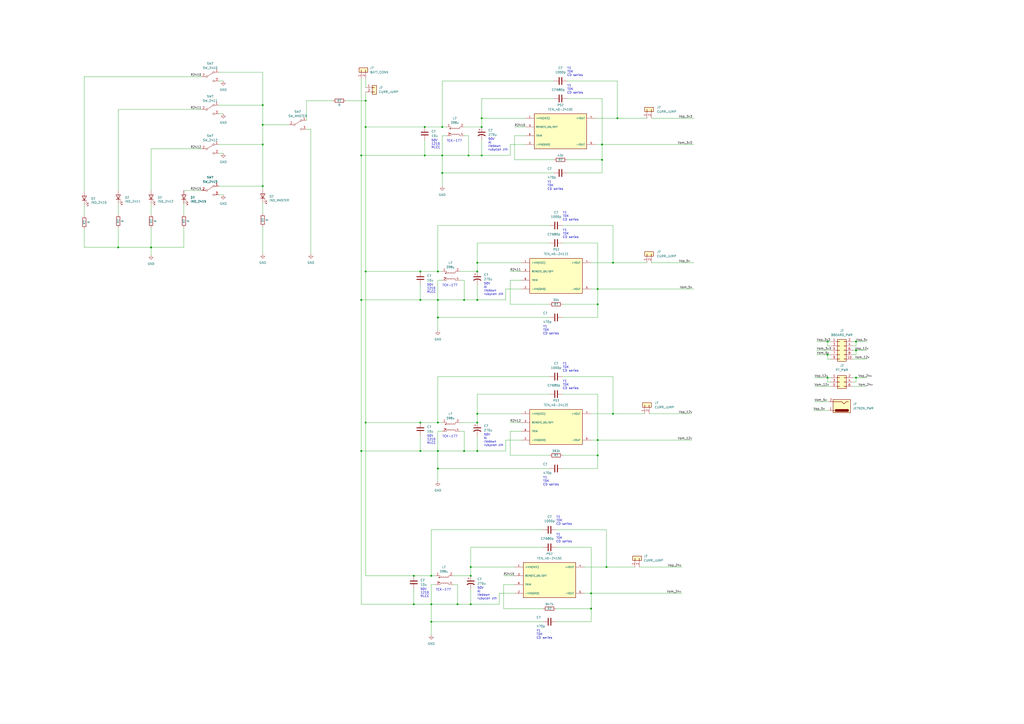
<source format=kicad_sch>
(kicad_sch (version 20211123) (generator eeschema)
  (paper "A2")
  (lib_symbols
    (symbol "Connector:Barrel_Jack" (pin_names (offset 1.016))
      (property "Reference" "J" (at 0 5.334 0))
      (property "Value" "Barrel_Jack" (at 0 -5.08 0))
      (symbol "Barrel_Jack_0_1"
        (rectangle (start -5.08 3.81) (end 5.08 -3.81) (stroke (width 0.254)) (fill (type background)))
        (arc (start -3.302 3.175) (mid -3.937 2.54) (end -3.302 1.905) (stroke (width 0.254)))
        (arc (start -3.302 3.175) (mid -3.937 2.54) (end -3.302 1.905) (stroke (width 0.254)) (fill (type outline)))
        (polyline (pts (xy 5.08 2.54) (xy 3.81 2.54)) (stroke (width 0.254)))
        (polyline (pts (xy -3.81 -2.54) (xy -2.54 -2.54) (xy -1.27 -1.27) (xy 0 -2.54) (xy 2.54 -2.54) (xy 5.08 -2.54)) (stroke (width 0.254)))
        (rectangle (start 3.683 3.175) (end -3.302 1.905) (stroke (width 0.254)) (fill (type outline)))
      )
      (symbol "Barrel_Jack_1_1"
        (pin passive line (at 7.62 2.54 180) (length 2.54) (name "~") (number "1"))
        (pin passive line (at 7.62 -2.54 180) (length 2.54) (name "~") (number "2"))
      )
    )
    (symbol "Connector_Generic:Conn_01x02" (pin_names (offset 1.016) hide)
      (property "Reference" "J" (at 0 2.54 0))
      (property "Value" "Conn_01x02" (at 0 -5.08 0))
      (symbol "Conn_01x02_1_1"
        (rectangle (start -1.27 -2.413) (end 0 -2.667) (stroke (width 0.1524)))
        (rectangle (start -1.27 0.127) (end 0 -0.127) (stroke (width 0.1524)))
        (rectangle (start -1.27 1.27) (end 1.27 -3.81) (stroke (width 0.254)) (fill (type background)))
        (pin passive line (at -5.08 0 0) (length 3.81) (name "Pin_1") (number "1"))
        (pin passive line (at -5.08 -2.54 0) (length 3.81) (name "Pin_2") (number "2"))
      )
    )
    (symbol "Connector_Generic:Conn_02x03_Odd_Even" (pin_names (offset 1.016) hide)
      (property "Reference" "J" (at 1.27 5.08 0))
      (property "Value" "Conn_02x03_Odd_Even" (at 1.27 -5.08 0))
      (symbol "Conn_02x03_Odd_Even_1_1"
        (rectangle (start -1.27 -2.413) (end 0 -2.667) (stroke (width 0.1524)))
        (rectangle (start -1.27 0.127) (end 0 -0.127) (stroke (width 0.1524)))
        (rectangle (start -1.27 2.667) (end 0 2.413) (stroke (width 0.1524)))
        (rectangle (start -1.27 3.81) (end 3.81 -3.81) (stroke (width 0.254)) (fill (type background)))
        (rectangle (start 3.81 -2.413) (end 2.54 -2.667) (stroke (width 0.1524)))
        (rectangle (start 3.81 0.127) (end 2.54 -0.127) (stroke (width 0.1524)))
        (rectangle (start 3.81 2.667) (end 2.54 2.413) (stroke (width 0.1524)))
        (pin passive line (at -5.08 2.54 0) (length 3.81) (name "Pin_1") (number "1"))
        (pin passive line (at 7.62 2.54 180) (length 3.81) (name "Pin_2") (number "2"))
        (pin passive line (at -5.08 0 0) (length 3.81) (name "Pin_3") (number "3"))
        (pin passive line (at 7.62 0 180) (length 3.81) (name "Pin_4") (number "4"))
        (pin passive line (at -5.08 -2.54 0) (length 3.81) (name "Pin_5") (number "5"))
        (pin passive line (at 7.62 -2.54 180) (length 3.81) (name "Pin_6") (number "6"))
      )
    )
    (symbol "Connector_Generic:Conn_02x05_Odd_Even" (pin_names (offset 1.016) hide)
      (property "Reference" "J" (at 1.27 7.62 0))
      (property "Value" "Conn_02x05_Odd_Even" (at 1.27 -7.62 0))
      (symbol "Conn_02x05_Odd_Even_1_1"
        (rectangle (start -1.27 -4.953) (end 0 -5.207) (stroke (width 0.1524)))
        (rectangle (start -1.27 -2.413) (end 0 -2.667) (stroke (width 0.1524)))
        (rectangle (start -1.27 0.127) (end 0 -0.127) (stroke (width 0.1524)))
        (rectangle (start -1.27 2.667) (end 0 2.413) (stroke (width 0.1524)))
        (rectangle (start -1.27 5.207) (end 0 4.953) (stroke (width 0.1524)))
        (rectangle (start -1.27 6.35) (end 3.81 -6.35) (stroke (width 0.254)) (fill (type background)))
        (rectangle (start 3.81 -4.953) (end 2.54 -5.207) (stroke (width 0.1524)))
        (rectangle (start 3.81 -2.413) (end 2.54 -2.667) (stroke (width 0.1524)))
        (rectangle (start 3.81 0.127) (end 2.54 -0.127) (stroke (width 0.1524)))
        (rectangle (start 3.81 2.667) (end 2.54 2.413) (stroke (width 0.1524)))
        (rectangle (start 3.81 5.207) (end 2.54 4.953) (stroke (width 0.1524)))
        (pin passive line (at -5.08 5.08 0) (length 3.81) (name "Pin_1") (number "1"))
        (pin passive line (at 7.62 -5.08 180) (length 3.81) (name "Pin_10") (number "10"))
        (pin passive line (at 7.62 5.08 180) (length 3.81) (name "Pin_2") (number "2"))
        (pin passive line (at -5.08 2.54 0) (length 3.81) (name "Pin_3") (number "3"))
        (pin passive line (at 7.62 2.54 180) (length 3.81) (name "Pin_4") (number "4"))
        (pin passive line (at -5.08 0 0) (length 3.81) (name "Pin_5") (number "5"))
        (pin passive line (at 7.62 0 180) (length 3.81) (name "Pin_6") (number "6"))
        (pin passive line (at -5.08 -2.54 0) (length 3.81) (name "Pin_7") (number "7"))
        (pin passive line (at 7.62 -2.54 180) (length 3.81) (name "Pin_8") (number "8"))
        (pin passive line (at -5.08 -5.08 0) (length 3.81) (name "Pin_9") (number "9"))
      )
    )
    (symbol "Device:C" (pin_numbers hide) (pin_names (offset 0.254))
      (property "Reference" "C" (at 0.635 2.54 0))
      (property "Value" "C" (at 0.635 -2.54 0))
      (symbol "C_0_1"
        (polyline (pts (xy -2.032 -0.762) (xy 2.032 -0.762)) (stroke (width 0.508)))
        (polyline (pts (xy -2.032 0.762) (xy 2.032 0.762)) (stroke (width 0.508)))
      )
      (symbol "C_1_1"
        (pin passive line (at 0 3.81 270) (length 2.794) (name "~") (number "1"))
        (pin passive line (at 0 -3.81 90) (length 2.794) (name "~") (number "2"))
      )
    )
    (symbol "Device:C_Polarized_US" (pin_numbers hide) (pin_names (offset 0.254) hide)
      (property "Reference" "C" (at 0.635 2.54 0))
      (property "Value" "C_Polarized_US" (at 0.635 -2.54 0))
      (symbol "C_Polarized_US_0_1"
        (polyline (pts (xy -2.032 0.762) (xy 2.032 0.762)) (stroke (width 0.508)))
        (polyline (pts (xy -1.778 2.286) (xy -0.762 2.286)))
        (polyline (pts (xy -1.27 1.778) (xy -1.27 2.794)))
        (arc (start 2.032 -1.27) (mid 0 -0.5572) (end -2.032 -1.27) (stroke (width 0.508)))
      )
      (symbol "C_Polarized_US_1_1"
        (pin passive line (at 0 3.81 270) (length 2.794) (name "~") (number "1"))
        (pin passive line (at 0 -3.81 90) (length 3.302) (name "~") (number "2"))
      )
    )
    (symbol "Device:LED" (pin_numbers hide) (pin_names (offset 1.016) hide)
      (property "Reference" "D" (at 0 2.54 0))
      (property "Value" "LED" (at 0 -2.54 0))
      (symbol "LED_0_1"
        (polyline (pts (xy -1.27 -1.27) (xy -1.27 1.27)) (stroke (width 0.254)))
        (polyline (pts (xy -1.27 0) (xy 1.27 0)))
        (polyline (pts (xy 1.27 -1.27) (xy 1.27 1.27) (xy -1.27 0) (xy 1.27 -1.27)) (stroke (width 0.254)))
        (polyline (pts (xy -3.048 -0.762) (xy -4.572 -2.286) (xy -3.81 -2.286) (xy -4.572 -2.286) (xy -4.572 -1.524)))
        (polyline (pts (xy -1.778 -0.762) (xy -3.302 -2.286) (xy -2.54 -2.286) (xy -3.302 -2.286) (xy -3.302 -1.524)))
      )
      (symbol "LED_1_1"
        (pin passive line (at -3.81 0 0) (length 2.54) (name "K") (number "1"))
        (pin passive line (at 3.81 0 180) (length 2.54) (name "A") (number "2"))
      )
    )
    (symbol "Device:L_Coupled" (pin_names (offset 0.254) hide)
      (property "Reference" "L" (at 0 4.445 0))
      (property "Value" "L_Coupled" (at 0 -4.445 0))
      (symbol "L_Coupled_0_1"
        (circle (center -3.048 -1.27) (radius 0.254) (fill (type outline)))
        (circle (center -3.048 1.524) (radius 0.254) (fill (type outline)))
        (arc (start -2.54 2.032) (mid -2.032 1.524) (end -1.524 2.032))
        (arc (start -1.524 -2.032) (mid -2.032 -1.524) (end -2.54 -2.032))
        (arc (start -1.524 2.032) (mid -1.016 1.524) (end -0.508 2.032))
        (arc (start -0.508 -2.032) (mid -1.016 -1.524) (end -1.524 -2.032))
        (arc (start -0.508 2.032) (mid 0 1.524) (end 0.508 2.032))
        (polyline (pts (xy -2.54 -2.032) (xy -2.54 -2.54)))
        (polyline (pts (xy -2.54 2.032) (xy -2.54 2.54)))
        (polyline (pts (xy 2.54 -2.032) (xy 2.54 -2.54)))
        (polyline (pts (xy 2.54 2.54) (xy 2.54 2.032)))
        (arc (start 0.508 -2.032) (mid 0 -1.524) (end -0.508 -2.032))
        (arc (start 0.508 2.032) (mid 1.016 1.524) (end 1.524 2.032))
        (arc (start 1.524 -2.032) (mid 1.016 -1.524) (end 0.508 -2.032))
        (arc (start 1.524 2.032) (mid 2.032 1.524) (end 2.54 2.032))
        (arc (start 2.54 -2.032) (mid 2.032 -1.524) (end 1.524 -2.032))
      )
      (symbol "L_Coupled_1_1"
        (pin passive line (at -5.08 2.54 0) (length 2.54) (name "1") (number "1"))
        (pin passive line (at 5.08 2.54 180) (length 2.54) (name "2") (number "2"))
        (pin passive line (at -5.08 -2.54 0) (length 2.54) (name "3") (number "3"))
        (pin passive line (at 5.08 -2.54 180) (length 2.54) (name "4") (number "4"))
      )
    )
    (symbol "Device:R" (pin_numbers hide) (pin_names (offset 0))
      (property "Reference" "R" (at 2.032 0 90))
      (property "Value" "R" (at 0 0 90))
      (symbol "R_0_1"
        (rectangle (start -1.016 -2.54) (end 1.016 2.54) (stroke (width 0.254)))
      )
      (symbol "R_1_1"
        (pin passive line (at 0 3.81 270) (length 1.27) (name "~") (number "1"))
        (pin passive line (at 0 -3.81 90) (length 1.27) (name "~") (number "2"))
      )
    )
    (symbol "Switch:SW_SPDT" (pin_names (offset 0) hide)
      (property "Reference" "SW" (at 0 4.318 0))
      (property "Value" "SW_SPDT" (at 0 -5.08 0))
      (symbol "SW_SPDT_0_0"
        (circle (center -2.032 0) (radius 0.508))
        (circle (center 2.032 -2.54) (radius 0.508))
      )
      (symbol "SW_SPDT_0_1"
        (polyline (pts (xy -1.524 0.254) (xy 1.651 2.286)))
        (circle (center 2.032 2.54) (radius 0.508))
      )
      (symbol "SW_SPDT_1_1"
        (pin passive line (at 5.08 2.54 180) (length 2.54) (name "A") (number "1"))
        (pin passive line (at -5.08 0 0) (length 2.54) (name "B") (number "2"))
        (pin passive line (at 5.08 -2.54 180) (length 2.54) (name "C") (number "3"))
      )
    )
    (symbol "TEN_40-2410E:TEN_40-2410E" (pin_names (offset 1.016))
      (property "Reference" "PS" (at -15.24 10.922 0))
      (property "Value" "TEN_40-2410E" (at -15.24 -12.7 0))
      (symbol "TEN_40-2410E_0_0"
        (rectangle (start -15.24 -10.16) (end 15.24 10.16) (stroke (width 0.254)) (fill (type background)))
        (pin input line (at -20.32 7.62 0) (length 5.08) (name "+VIN(VCC)") (number "1"))
        (pin input line (at -20.32 -7.62 0) (length 5.08) (name "-VIN(GND)") (number "2"))
        (pin input line (at -20.32 2.54 0) (length 5.08) (name "REMOTE_ON/OFF") (number "3"))
        (pin output line (at 20.32 7.62 180) (length 5.08) (name "+VOUT") (number "4"))
        (pin output line (at 20.32 -7.62 180) (length 5.08) (name "-VOUT") (number "5"))
        (pin input line (at -20.32 -2.54 0) (length 5.08) (name "TRIM") (number "6"))
      )
    )
    (symbol "TEN_40-2411E:TEN_40-2411E" (pin_names (offset 1.016))
      (property "Reference" "PS" (at -15.24 10.922 0))
      (property "Value" "TEN_40-2411E" (at -15.24 -12.7 0))
      (symbol "TEN_40-2411E_0_0"
        (rectangle (start -15.24 -10.16) (end 15.24 10.16) (stroke (width 0.254)) (fill (type background)))
        (pin input line (at -20.32 7.62 0) (length 5.08) (name "+VIN(VCC)") (number "1"))
        (pin input line (at -20.32 -7.62 0) (length 5.08) (name "-VIN(GND)") (number "2"))
        (pin input line (at -20.32 2.54 0) (length 5.08) (name "REMOTE_ON/OFF") (number "3"))
        (pin output line (at 20.32 7.62 180) (length 5.08) (name "+VOUT") (number "4"))
        (pin output line (at 20.32 -7.62 180) (length 5.08) (name "-VOUT") (number "5"))
        (pin input line (at -20.32 -2.54 0) (length 5.08) (name "TRIM") (number "6"))
      )
    )
    (symbol "TEN_40-2412E:TEN_40-2412E" (pin_names (offset 1.016))
      (property "Reference" "PS" (at -15.24 10.922 0))
      (property "Value" "TEN_40-2412E" (at -15.24 -12.7 0))
      (symbol "TEN_40-2412E_0_0"
        (rectangle (start -15.24 -10.16) (end 15.24 10.16) (stroke (width 0.254)) (fill (type background)))
        (pin input line (at -20.32 7.62 0) (length 5.08) (name "+VIN(VCC)") (number "1"))
        (pin input line (at -20.32 -7.62 0) (length 5.08) (name "-VIN(GND)") (number "2"))
        (pin input line (at -20.32 2.54 0) (length 5.08) (name "REMOTE_ON/OFF") (number "3"))
        (pin output line (at 20.32 7.62 180) (length 5.08) (name "+VOUT") (number "4"))
        (pin output line (at 20.32 -7.62 180) (length 5.08) (name "-VOUT") (number "5"))
        (pin input line (at -20.32 -2.54 0) (length 5.08) (name "TRIM") (number "6"))
      )
    )
    (symbol "TEN_40-2415E:TEN_40-2415E" (pin_names (offset 1.016))
      (property "Reference" "PS" (at -15.24 10.922 0))
      (property "Value" "TEN_40-2415E" (at -15.24 -12.7 0))
      (symbol "TEN_40-2415E_0_0"
        (rectangle (start -15.24 -10.16) (end 15.24 10.16) (stroke (width 0.254)) (fill (type background)))
        (pin input line (at -20.32 7.62 0) (length 5.08) (name "+VIN(VCC)") (number "1"))
        (pin input line (at -20.32 -7.62 0) (length 5.08) (name "-VIN(GND)") (number "2"))
        (pin input line (at -20.32 2.54 0) (length 5.08) (name "REMOTE_ON/OFF") (number "3"))
        (pin output line (at 20.32 7.62 180) (length 5.08) (name "+VOUT") (number "4"))
        (pin output line (at 20.32 -7.62 180) (length 5.08) (name "-VOUT") (number "5"))
        (pin input line (at -20.32 -2.54 0) (length 5.08) (name "TRIM") (number "6"))
      )
    )
    (symbol "power:GND" (power) (pin_names (offset 0))
      (property "Value" "GND" (at 0 -3.81 0))
      (symbol "GND_0_1"
        (polyline (pts (xy 0 0) (xy 0 -1.27) (xy 1.27 -1.27) (xy 0 -2.54) (xy -1.27 -1.27) (xy 0 -1.27)))
      )
      (symbol "GND_1_1"
        (pin power_in line (at 0 0 270) (length 0) hide (name "GND") (number "1"))
      )
    )
  )
  (junction (at 250.19 350.52))
  (junction (at 279.4 73.66))
  (junction (at 254 157.48))
  (junction (at 269.24 173.99))
  (junction (at 480.06 198.12))
  (junction (at 276.86 240.03))
  (junction (at 152.4 60.96))
  (junction (at 273.05 328.93))
  (junction (at 243.84 261.62))
  (junction (at 346.71 255.27))
  (junction (at 480.06 205.74))
  (junction (at 152.4 107.95))
  (junction (at 243.84 245.11))
  (junction (at 342.9 344.17))
  (junction (at 265.43 350.52))
  (junction (at 355.6 240.03))
  (junction (at 240.03 334.01))
  (junction (at 254 261.62))
  (junction (at 209.55 173.99))
  (junction (at 152.4 83.82))
  (junction (at 358.14 68.58))
  (junction (at 273.05 350.52))
  (junction (at 496.57 198.12))
  (junction (at 246.38 73.66))
  (junction (at 254 173.99))
  (junction (at 496.57 203.2))
  (junction (at 480.06 219.075))
  (junction (at 209.55 261.62))
  (junction (at 276.86 152.4))
  (junction (at 152.4 72.39))
  (junction (at 243.84 173.99))
  (junction (at 212.09 245.11))
  (junction (at 279.4 68.58))
  (junction (at 349.25 92.71))
  (junction (at 256.54 100.33))
  (junction (at 269.24 261.62))
  (junction (at 209.55 90.17))
  (junction (at 250.19 334.01))
  (junction (at 256.54 73.66))
  (junction (at 68.58 143.51))
  (junction (at 346.71 264.16))
  (junction (at 212.09 58.42))
  (junction (at 355.6 152.4))
  (junction (at 243.84 157.48))
  (junction (at 276.86 261.62))
  (junction (at 87.63 143.51))
  (junction (at 212.09 157.48))
  (junction (at 240.03 350.52))
  (junction (at 346.71 167.64))
  (junction (at 254 271.78))
  (junction (at 254 184.15))
  (junction (at 349.25 83.82))
  (junction (at 271.78 90.17))
  (junction (at 212.09 73.66))
  (junction (at 256.54 90.17))
  (junction (at 276.86 173.99))
  (junction (at 276.86 245.11))
  (junction (at 279.4 90.17))
  (junction (at 351.79 328.93))
  (junction (at 254 245.11))
  (junction (at 346.71 176.53))
  (junction (at 276.86 157.48))
  (junction (at 273.05 334.01))
  (junction (at 496.57 219.075))
  (junction (at 246.38 90.17))
  (junction (at 250.19 360.68))
  (junction (at 342.9 353.06))
  (wire (pts (xy 250.19 307.34) (xy 250.19 334.01)))
  (wire (pts (xy 256.54 78.74) (xy 256.54 90.17)))
  (wire (pts (xy 152.4 72.39) (xy 152.4 83.82)))
  (wire (pts (xy 212.09 157.48) (xy 243.84 157.48)))
  (wire (pts (xy 318.77 176.53) (xy 295.91 176.53)))
  (wire (pts (xy 318.77 264.16) (xy 295.91 264.16)))
  (wire (pts (xy 346.71 176.53) (xy 346.71 184.15)))
  (wire (pts (xy 322.58 353.06) (xy 342.9 353.06)))
  (wire (pts (xy 87.63 118.11) (xy 87.63 124.46)))
  (wire (pts (xy 87.63 86.36) (xy 87.63 110.49)))
  (wire (pts (xy 212.09 45.72) (xy 212.09 50.8)))
  (wire (pts (xy 295.91 83.82) (xy 295.91 90.17)))
  (wire (pts (xy 273.05 341.63) (xy 273.05 350.52)))
  (wire (pts (xy 346.71 184.15) (xy 326.39 184.15)))
  (wire (pts (xy 298.45 78.74) (xy 304.8 78.74)))
  (wire (pts (xy 87.63 132.08) (xy 87.63 143.51)))
  (wire (pts (xy 209.55 173.99) (xy 209.55 261.62)))
  (wire (pts (xy 209.55 173.99) (xy 243.84 173.99)))
  (wire (pts (xy 471.805 238.125) (xy 480.695 238.125)))
  (wire (pts (xy 318.77 228.6) (xy 276.86 228.6)))
  (wire (pts (xy 254 162.56) (xy 254 173.99)))
  (wire (pts (xy 254 218.44) (xy 318.77 218.44)))
  (wire (pts (xy 472.44 224.155) (xy 481.965 224.155)))
  (wire (pts (xy 68.58 63.5) (xy 68.58 110.49)))
  (wire (pts (xy 243.84 173.99) (xy 254 173.99)))
  (wire (pts (xy 266.7 162.56) (xy 269.24 162.56)))
  (wire (pts (xy 265.43 339.09) (xy 265.43 350.52)))
  (wire (pts (xy 342.9 152.4) (xy 355.6 152.4)))
  (wire (pts (xy 346.71 140.97) (xy 326.39 140.97)))
  (wire (pts (xy 254 130.81) (xy 318.77 130.81)))
  (wire (pts (xy 279.4 57.15) (xy 279.4 68.58)))
  (wire (pts (xy 293.37 173.99) (xy 276.86 173.99)))
  (wire (pts (xy 346.71 255.27) (xy 401.32 255.27)))
  (wire (pts (xy 342.9 317.5) (xy 322.58 317.5)))
  (wire (pts (xy 276.86 165.1) (xy 276.86 173.99)))
  (wire (pts (xy 209.55 261.62) (xy 243.84 261.62)))
  (wire (pts (xy 480.06 205.74) (xy 480.06 208.28)))
  (wire (pts (xy 302.26 152.4) (xy 276.86 152.4)))
  (wire (pts (xy 250.19 334.01) (xy 240.03 334.01)))
  (wire (pts (xy 209.55 261.62) (xy 209.55 350.52)))
  (wire (pts (xy 254 261.62) (xy 243.84 261.62)))
  (wire (pts (xy 212.09 157.48) (xy 212.09 245.11)))
  (wire (pts (xy 351.79 328.93) (xy 351.79 307.34)))
  (wire (pts (xy 298.45 328.93) (xy 273.05 328.93)))
  (wire (pts (xy 177.8 74.93) (xy 180.34 74.93)))
  (wire (pts (xy 276.86 152.4) (xy 276.86 157.48)))
  (wire (pts (xy 355.6 152.4) (xy 355.6 130.81)))
  (wire (pts (xy 295.91 90.17) (xy 279.4 90.17)))
  (wire (pts (xy 346.71 176.53) (xy 346.71 167.64)))
  (wire (pts (xy 180.34 74.93) (xy 180.34 147.32)))
  (wire (pts (xy 295.91 264.16) (xy 295.91 250.19)))
  (wire (pts (xy 254 279.4) (xy 254 271.78)))
  (wire (pts (xy 494.665 200.66) (xy 496.57 200.66)))
  (wire (pts (xy 152.4 117.475) (xy 152.4 123.825)))
  (wire (pts (xy 279.4 81.28) (xy 279.4 90.17)))
  (wire (pts (xy 295.91 162.56) (xy 302.26 162.56)))
  (wire (pts (xy 321.31 57.15) (xy 279.4 57.15)))
  (wire (pts (xy 346.71 167.64) (xy 402.59 167.64)))
  (wire (pts (xy 298.45 73.66) (xy 304.8 73.66)))
  (wire (pts (xy 259.08 73.66) (xy 256.54 73.66)))
  (wire (pts (xy 250.19 360.68) (xy 250.19 350.52)))
  (wire (pts (xy 273.05 317.5) (xy 273.05 328.93)))
  (wire (pts (xy 68.58 63.5) (xy 116.84 63.5)))
  (wire (pts (xy 269.24 73.66) (xy 279.4 73.66)))
  (wire (pts (xy 254 218.44) (xy 254 245.11)))
  (wire (pts (xy 298.45 92.71) (xy 298.45 78.74)))
  (wire (pts (xy 152.4 72.39) (xy 167.64 72.39)))
  (wire (pts (xy 370.84 328.93) (xy 395.605 328.93)))
  (wire (pts (xy 342.9 344.17) (xy 395.605 344.17)))
  (wire (pts (xy 302.26 240.03) (xy 276.86 240.03)))
  (wire (pts (xy 298.45 344.17) (xy 289.56 344.17)))
  (wire (pts (xy 346.71 228.6) (xy 326.39 228.6)))
  (wire (pts (xy 346.71 271.78) (xy 326.39 271.78)))
  (wire (pts (xy 376.555 240.03) (xy 401.32 240.03)))
  (wire (pts (xy 349.25 83.82) (xy 349.25 57.15)))
  (wire (pts (xy 106.68 132.08) (xy 106.68 143.51)))
  (wire (pts (xy 279.4 90.17) (xy 271.78 90.17)))
  (wire (pts (xy 289.56 350.52) (xy 273.05 350.52)))
  (wire (pts (xy 304.8 83.82) (xy 295.91 83.82)))
  (wire (pts (xy 250.19 307.34) (xy 314.96 307.34)))
  (wire (pts (xy 254 245.11) (xy 243.84 245.11)))
  (wire (pts (xy 346.71 167.64) (xy 342.9 167.64)))
  (wire (pts (xy 293.37 255.27) (xy 293.37 261.62)))
  (wire (pts (xy 342.9 344.17) (xy 339.09 344.17)))
  (wire (pts (xy 250.19 368.3) (xy 250.19 360.68)))
  (wire (pts (xy 342.9 360.68) (xy 322.58 360.68)))
  (wire (pts (xy 48.895 44.45) (xy 48.895 111.125)))
  (wire (pts (xy 480.06 198.12) (xy 480.06 200.66)))
  (wire (pts (xy 321.31 92.71) (xy 298.45 92.71)))
  (wire (pts (xy 342.9 344.17) (xy 342.9 317.5)))
  (wire (pts (xy 246.38 90.17) (xy 246.38 81.28)))
  (wire (pts (xy 256.54 46.99) (xy 256.54 73.66)))
  (wire (pts (xy 346.71 255.27) (xy 342.9 255.27)))
  (wire (pts (xy 314.96 353.06) (xy 292.1 353.06)))
  (wire (pts (xy 252.73 339.09) (xy 250.19 339.09)))
  (wire (pts (xy 339.09 328.93) (xy 351.79 328.93)))
  (wire (pts (xy 127 41.91) (xy 152.4 41.91)))
  (wire (pts (xy 349.25 100.33) (xy 328.93 100.33)))
  (wire (pts (xy 254 157.48) (xy 243.84 157.48)))
  (wire (pts (xy 346.71 264.16) (xy 346.71 271.78)))
  (wire (pts (xy 87.63 86.36) (xy 116.84 86.36)))
  (wire (pts (xy 355.6 152.4) (xy 375.285 152.4)))
  (wire (pts (xy 256.54 46.99) (xy 321.31 46.99)))
  (wire (pts (xy 269.24 173.99) (xy 254 173.99)))
  (wire (pts (xy 212.09 245.11) (xy 243.84 245.11)))
  (wire (pts (xy 200.66 58.42) (xy 212.09 58.42)))
  (wire (pts (xy 250.19 339.09) (xy 250.19 350.52)))
  (wire (pts (xy 269.24 162.56) (xy 269.24 173.99)))
  (wire (pts (xy 256.54 107.95) (xy 256.54 100.33)))
  (wire (pts (xy 346.71 167.64) (xy 346.71 140.97)))
  (wire (pts (xy 276.86 228.6) (xy 276.86 240.03)))
  (wire (pts (xy 87.63 143.51) (xy 106.68 143.51)))
  (wire (pts (xy 349.25 83.82) (xy 345.44 83.82)))
  (wire (pts (xy 472.44 219.075) (xy 480.06 219.075)))
  (wire (pts (xy 496.57 205.74) (xy 496.57 203.2)))
  (wire (pts (xy 293.37 261.62) (xy 276.86 261.62)))
  (wire (pts (xy 106.68 118.11) (xy 106.68 124.46)))
  (wire (pts (xy 127 83.82) (xy 152.4 83.82)))
  (wire (pts (xy 276.86 252.73) (xy 276.86 261.62)))
  (wire (pts (xy 302.26 167.64) (xy 293.37 167.64)))
  (wire (pts (xy 212.09 53.34) (xy 212.09 58.42)))
  (wire (pts (xy 276.86 261.62) (xy 269.24 261.62)))
  (wire (pts (xy 494.665 205.74) (xy 496.57 205.74)))
  (wire (pts (xy 358.14 68.58) (xy 375.285 68.58)))
  (wire (pts (xy 377.825 152.4) (xy 402.59 152.4)))
  (wire (pts (xy 349.25 92.71) (xy 349.25 100.33)))
  (wire (pts (xy 377.825 68.58) (xy 402.59 68.58)))
  (wire (pts (xy 481.965 208.28) (xy 480.06 208.28)))
  (wire (pts (xy 269.24 250.19) (xy 269.24 261.62)))
  (wire (pts (xy 342.9 353.06) (xy 342.9 360.68)))
  (wire (pts (xy 496.57 219.075) (xy 502.92 219.075)))
  (wire (pts (xy 496.57 221.615) (xy 494.665 221.615)))
  (wire (pts (xy 265.43 350.52) (xy 250.19 350.52)))
  (wire (pts (xy 127 46.99) (xy 129.54 46.99)))
  (wire (pts (xy 266.7 250.19) (xy 269.24 250.19)))
  (wire (pts (xy 273.05 328.93) (xy 273.05 334.01)))
  (wire (pts (xy 127 88.9) (xy 129.54 88.9)))
  (wire (pts (xy 256.54 157.48) (xy 254 157.48)))
  (wire (pts (xy 271.78 90.17) (xy 256.54 90.17)))
  (wire (pts (xy 276.86 173.99) (xy 269.24 173.99)))
  (wire (pts (xy 271.78 78.74) (xy 271.78 90.17)))
  (wire (pts (xy 358.14 68.58) (xy 358.14 46.99)))
  (wire (pts (xy 254 250.19) (xy 254 261.62)))
  (wire (pts (xy 496.57 198.12) (xy 496.57 200.66)))
  (wire (pts (xy 240.03 350.52) (xy 250.19 350.52)))
  (wire (pts (xy 209.55 350.52) (xy 240.03 350.52)))
  (wire (pts (xy 127 107.95) (xy 152.4 107.95)))
  (wire (pts (xy 472.44 233.045) (xy 480.695 233.045)))
  (wire (pts (xy 302.26 255.27) (xy 293.37 255.27)))
  (wire (pts (xy 345.44 68.58) (xy 358.14 68.58)))
  (wire (pts (xy 273.05 350.52) (xy 265.43 350.52)))
  (wire (pts (xy 212.09 73.66) (xy 246.38 73.66)))
  (wire (pts (xy 254 184.15) (xy 254 173.99)))
  (wire (pts (xy 328.93 92.71) (xy 349.25 92.71)))
  (wire (pts (xy 127 113.03) (xy 129.54 113.03)))
  (wire (pts (xy 328.93 46.99) (xy 358.14 46.99)))
  (wire (pts (xy 342.9 240.03) (xy 355.6 240.03)))
  (wire (pts (xy 68.58 143.51) (xy 87.63 143.51)))
  (wire (pts (xy 152.4 60.96) (xy 152.4 72.39)))
  (wire (pts (xy 48.895 44.45) (xy 116.84 44.45)))
  (wire (pts (xy 256.54 162.56) (xy 254 162.56)))
  (wire (pts (xy 326.39 264.16) (xy 346.71 264.16)))
  (wire (pts (xy 152.4 83.82) (xy 152.4 107.95)))
  (wire (pts (xy 496.57 203.2) (xy 502.92 203.2)))
  (wire (pts (xy 209.55 90.17) (xy 209.55 173.99)))
  (wire (pts (xy 480.06 219.075) (xy 480.06 221.615)))
  (wire (pts (xy 494.665 219.075) (xy 496.57 219.075)))
  (wire (pts (xy 252.73 334.01) (xy 250.19 334.01)))
  (wire (pts (xy 127 60.96) (xy 152.4 60.96)))
  (wire (pts (xy 212.09 58.42) (xy 212.09 73.66)))
  (wire (pts (xy 494.665 198.12) (xy 496.57 198.12)))
  (wire (pts (xy 295.91 250.19) (xy 302.26 250.19)))
  (wire (pts (xy 262.89 334.01) (xy 273.05 334.01)))
  (wire (pts (xy 256.54 100.33) (xy 256.54 90.17)))
  (wire (pts (xy 494.665 208.28) (xy 502.92 208.28)))
  (wire (pts (xy 480.06 221.615) (xy 481.965 221.615)))
  (wire (pts (xy 351.79 328.93) (xy 368.3 328.93)))
  (wire (pts (xy 256.54 250.19) (xy 254 250.19)))
  (wire (pts (xy 279.4 68.58) (xy 279.4 73.66)))
  (wire (pts (xy 292.1 339.09) (xy 298.45 339.09)))
  (wire (pts (xy 480.06 205.74) (xy 481.965 205.74)))
  (wire (pts (xy 304.8 68.58) (xy 279.4 68.58)))
  (wire (pts (xy 318.77 140.97) (xy 276.86 140.97)))
  (wire (pts (xy 295.91 245.11) (xy 302.26 245.11)))
  (wire (pts (xy 355.6 240.03) (xy 374.015 240.03)))
  (wire (pts (xy 496.57 219.075) (xy 496.57 221.615)))
  (wire (pts (xy 292.1 353.06) (xy 292.1 339.09)))
  (wire (pts (xy 269.24 78.74) (xy 271.78 78.74)))
  (wire (pts (xy 256.54 245.11) (xy 254 245.11)))
  (wire (pts (xy 177.8 69.85) (xy 177.8 58.42)))
  (wire (pts (xy 326.39 176.53) (xy 346.71 176.53)))
  (wire (pts (xy 106.68 110.49) (xy 116.84 110.49)))
  (wire (pts (xy 152.4 131.445) (xy 152.4 147.32)))
  (wire (pts (xy 177.8 58.42) (xy 193.04 58.42)))
  (wire (pts (xy 349.25 92.71) (xy 349.25 83.82)))
  (wire (pts (xy 209.55 45.72) (xy 209.55 90.17)))
  (wire (pts (xy 346.71 264.16) (xy 346.71 255.27)))
  (wire (pts (xy 346.71 255.27) (xy 346.71 228.6)))
  (wire (pts (xy 243.84 261.62) (xy 243.84 252.73)))
  (wire (pts (xy 314.96 317.5) (xy 273.05 317.5)))
  (wire (pts (xy 254 191.77) (xy 254 184.15)))
  (wire (pts (xy 254 130.81) (xy 254 157.48)))
  (wire (pts (xy 212.09 245.11) (xy 212.09 334.01)))
  (wire (pts (xy 355.6 240.03) (xy 355.6 218.44)))
  (wire (pts (xy 326.39 130.81) (xy 355.6 130.81)))
  (wire (pts (xy 494.665 224.155) (xy 502.285 224.155)))
  (wire (pts (xy 127 66.04) (xy 129.54 66.04)))
  (wire (pts (xy 276.86 240.03) (xy 276.86 245.11)))
  (wire (pts (xy 266.7 245.11) (xy 276.86 245.11)))
  (wire (pts (xy 480.06 198.12) (xy 481.965 198.12)))
  (wire (pts (xy 243.84 173.99) (xy 243.84 165.1)))
  (wire (pts (xy 212.09 334.01) (xy 240.03 334.01)))
  (wire (pts (xy 496.57 198.12) (xy 502.92 198.12)))
  (wire (pts (xy 473.71 198.12) (xy 480.06 198.12)))
  (wire (pts (xy 152.4 107.95) (xy 152.4 109.855)))
  (wire (pts (xy 480.06 219.075) (xy 481.965 219.075)))
  (wire (pts (xy 48.895 132.715) (xy 48.895 143.51)))
  (wire (pts (xy 481.965 200.66) (xy 480.06 200.66)))
  (wire (pts (xy 289.56 344.17) (xy 289.56 350.52)))
  (wire (pts (xy 293.37 167.64) (xy 293.37 173.99)))
  (wire (pts (xy 318.77 271.78) (xy 254 271.78)))
  (wire (pts (xy 269.24 261.62) (xy 254 261.62)))
  (wire (pts (xy 209.55 90.17) (xy 246.38 90.17)))
  (wire (pts (xy 262.89 339.09) (xy 265.43 339.09)))
  (wire (pts (xy 295.91 176.53) (xy 295.91 162.56)))
  (wire (pts (xy 473.71 205.74) (xy 480.06 205.74)))
  (wire (pts (xy 68.58 118.11) (xy 68.58 124.46)))
  (wire (pts (xy 321.31 100.33) (xy 256.54 100.33)))
  (wire (pts (xy 295.91 157.48) (xy 302.26 157.48)))
  (wire (pts (xy 254 271.78) (xy 254 261.62)))
  (wire (pts (xy 494.665 203.2) (xy 496.57 203.2)))
  (wire (pts (xy 473.71 203.2) (xy 481.965 203.2)))
  (wire (pts (xy 87.63 143.51) (xy 87.63 147.955)))
  (wire (pts (xy 256.54 73.66) (xy 246.38 73.66)))
  (wire (pts (xy 256.54 90.17) (xy 246.38 90.17)))
  (wire (pts (xy 68.58 132.08) (xy 68.58 143.51)))
  (wire (pts (xy 259.08 78.74) (xy 256.54 78.74)))
  (wire (pts (xy 342.9 353.06) (xy 342.9 344.17)))
  (wire (pts (xy 326.39 218.44) (xy 355.6 218.44)))
  (wire (pts (xy 48.895 118.745) (xy 48.895 125.095)))
  (wire (pts (xy 152.4 60.96) (xy 152.4 41.91)))
  (wire (pts (xy 266.7 157.48) (xy 276.86 157.48)))
  (wire (pts (xy 240.03 350.52) (xy 240.03 341.63)))
  (wire (pts (xy 212.09 73.66) (xy 212.09 157.48)))
  (wire (pts (xy 349.25 83.82) (xy 402.59 83.82)))
  (wire (pts (xy 314.96 360.68) (xy 250.19 360.68)))
  (wire (pts (xy 276.86 140.97) (xy 276.86 152.4)))
  (wire (pts (xy 48.895 143.51) (xy 68.58 143.51)))
  (wire (pts (xy 322.58 307.34) (xy 351.79 307.34)))
  (wire (pts (xy 349.25 57.15) (xy 328.93 57.15)))
  (wire (pts (xy 318.77 184.15) (xy 254 184.15)))
  (wire (pts (xy 292.1 334.01) (xy 298.45 334.01)))
  (text "Y1\nTDK\nCD series\n" (at 328.93 44.45 0) (effects (font (size 1.27 1.27)) (justify left bottom)))
  (text "50V\n1210\nMLCC\n" (at 243.84 346.71 0) (effects (font (size 1.27 1.27)) (justify left bottom)))
  (text "Y1\nTDK\nCD series\n" (at 322.58 304.8 0) (effects (font (size 1.27 1.27)) (justify left bottom)))
  (text "50V\nAl\nliedown\nrubycon zlh\n" (at 280.67 171.45 0) (effects (font (size 1.27 1.27)) (justify left bottom)))
  (text "Y1\nTDK\nCD series\n" (at 326.39 128.27 0) (effects (font (size 1.27 1.27)) (justify left bottom)))
  (text "50V\nAl\nliedown\nrubycon zlh\n" (at 280.67 259.08 0) (effects (font (size 1.27 1.27)) (justify left bottom)))
  (text "50V\n1210\nMLCC\n" (at 247.65 170.18 0) (effects (font (size 1.27 1.27)) (justify left bottom)))
  (text "TCK-177\n" (at 259.08 82.55 0) (effects (font (size 1.27 1.27)) (justify left bottom)))
  (text "TCK-177\n" (at 256.54 166.37 0) (effects (font (size 1.27 1.27)) (justify left bottom)))
  (text "Y1\nTDK\nCD series\n" (at 326.39 138.43 0) (effects (font (size 1.27 1.27)) (justify left bottom)))
  (text "Y1\nTDK\nCD series\n" (at 317.5 110.49 0) (effects (font (size 1.27 1.27)) (justify left bottom)))
  (text "TCK-177\n" (at 252.73 342.9 0) (effects (font (size 1.27 1.27)) (justify left bottom)))
  (text "Y1\nTDK\nCD series\n" (at 311.15 370.84 0) (effects (font (size 1.27 1.27)) (justify left bottom)))
  (text "50V\n1210\nMLCC\n" (at 250.19 86.36 0) (effects (font (size 1.27 1.27)) (justify left bottom)))
  (text "Y1\nTDK\nCD series\n" (at 328.93 54.61 0) (effects (font (size 1.27 1.27)) (justify left bottom)))
  (text "Y1\nTDK\nCD series\n" (at 322.58 314.96 0) (effects (font (size 1.27 1.27)) (justify left bottom)))
  (text "50V\nAl\nliedown\nrubycon zlh\n" (at 276.86 347.98 0) (effects (font (size 1.27 1.27)) (justify left bottom)))
  (text "Y1\nTDK\nCD series\n" (at 314.96 281.94 0) (effects (font (size 1.27 1.27)) (justify left bottom)))
  (text "Y1\nTDK\nCD series\n" (at 314.96 194.31 0) (effects (font (size 1.27 1.27)) (justify left bottom)))
  (text "Y1\nTDK\nCD series\n" (at 326.39 226.06 0) (effects (font (size 1.27 1.27)) (justify left bottom)))
  (text "TCK-177\n" (at 256.54 254 0) (effects (font (size 1.27 1.27)) (justify left bottom)))
  (text "Y1\nTDK\nCD series\n" (at 326.39 215.9 0) (effects (font (size 1.27 1.27)) (justify left bottom)))
  (text "50V\nAl\nliedown\nrubycon zlh\n" (at 283.21 87.63 0) (effects (font (size 1.27 1.27)) (justify left bottom)))
  (text "50V\n1210\nMLCC\n" (at 247.65 257.81 0) (effects (font (size 1.27 1.27)) (justify left bottom)))
  (label "Vom_12v" (at 472.44 224.155 0))
  (label "Vom_3v3" (at 473.71 203.2 0))
  (label "Vom_5v" (at 394.335 167.64 0))
  (label "Vop_24v" (at 497.84 219.075 0))
  (label "Vop_12v" (at 472.44 219.075 0))
  (label "Vom_24v" (at 497.84 224.155 0))
  (label "R2410" (at 110.49 44.45 0))
  (label "R2412" (at 110.49 86.36 0))
  (label "Vom_3v3" (at 393.065 83.82 0))
  (label "Vop_12v" (at 393.7 240.03 0))
  (label "Vop_24v" (at 387.35 328.93 0))
  (label "Vop_5v" (at 393.7 152.4 0))
  (label "R2411" (at 295.91 157.48 0))
  (label "Vop_12v" (at 495.935 203.2 0))
  (label "Vom_5v" (at 472.44 233.045 0))
  (label "Vop_5v" (at 496.57 198.12 0))
  (label "Vom_12v" (at 495.935 208.28 0))
  (label "Vop_3v3" (at 473.71 198.12 0))
  (label "R2410" (at 298.45 73.66 0))
  (label "Vop_3v3" (at 393.7 68.58 0))
  (label "Vop_5v" (at 471.805 238.125 0))
  (label "Vom_24v" (at 386.715 344.17 0))
  (label "R2415" (at 110.49 110.49 0))
  (label "R2415" (at 292.1 334.01 0))
  (label "R2411" (at 110.49 63.5 0))
  (label "Vom_5v" (at 473.71 205.74 0))
  (label "R2412" (at 295.91 245.11 0))
  (label "Vom_12v" (at 393.065 255.27 0))
  (symbol (lib_id "Switch:SW_SPDT") (at 172.72 72.39 0) (unit 1)
    (property "Reference" "SW?" (at 172.72 64.77 0))
    (property "Value" "SW_MASTER" (at 172.72 67.31 0))
  )
  (symbol (lib_id "Device:R") (at 68.58 128.27 0) (unit 1)
    (property "Reference" "R?" (at 68.58 128.27 90))
    (property "Value" "R" (at 71.12 128.27 90))
  )
  (symbol (lib_id "Device:L_Coupled") (at 261.62 160.02 0) (unit 1)
    (property "Reference" "L?" (at 261.239 152.4 0))
    (property "Value" "398u" (at 261.239 154.94 0))
  )
  (symbol (lib_id "Switch:SW_SPDT") (at 121.92 44.45 0) (unit 1)
    (property "Reference" "SW?" (at 121.92 36.83 0))
    (property "Value" "SW_2410" (at 121.92 39.37 0))
  )
  (symbol (lib_id "power:GND") (at 87.63 147.955 0) (unit 1)
    (property "Reference" "#PWR?" (effects hide))
    (property "Value" "GND" (at 87.63 153.035 0))
  )
  (symbol (lib_id "Device:L_Coupled") (at 261.62 247.65 0) (unit 1)
    (property "Reference" "L?" (at 261.239 240.03 0))
    (property "Value" "398u" (at 261.239 242.57 0))
  )
  (symbol (lib_id "Device:LED") (at 152.4 113.665 90) (unit 1)
    (property "Reference" "D?" (at 156.21 113.9824 90) (effects (justify right)))
    (property "Value" "IND_MASTER" (at 156.21 116.205 90) (effects (justify right)))
  )
  (symbol (lib_id "Device:C") (at 322.58 218.44 90) (unit 1)
    (property "Reference" "C?" (at 322.58 210.82 90))
    (property "Value" "1000p" (at 322.58 213.36 90))
  )
  (symbol (lib_id "Connector_Generic:Conn_01x02") (at 375.285 147.32 90) (unit 1)
    (property "Reference" "J?" (at 381 146.0499 90) (effects (justify right)))
    (property "Value" "CURR_JUMP" (at 381 148.5899 90) (effects (justify right)))
  )
  (symbol (lib_id "Device:C") (at 246.38 77.47 0) (unit 1)
    (property "Reference" "C?" (at 250.19 76.1999 0) (effects (justify left)))
    (property "Value" "10u" (at 250.19 78.7399 0) (effects (justify left)))
  )
  (symbol (lib_id "power:GND") (at 254 191.77 0) (unit 1)
    (property "Reference" "#PWR?" (effects hide))
    (property "Value" "GND" (at 254 196.85 0))
  )
  (symbol (lib_id "Device:L_Coupled") (at 264.16 76.2 0) (unit 1)
    (property "Reference" "L?" (at 263.779 68.58 0))
    (property "Value" "398u" (at 263.779 71.12 0))
  )
  (symbol (lib_id "Device:C") (at 243.84 248.92 0) (unit 1)
    (property "Reference" "C?" (at 247.65 247.6499 0) (effects (justify left)))
    (property "Value" "10u" (at 247.65 250.1899 0) (effects (justify left)))
  )
  (symbol (lib_id "Device:C_Polarized_US") (at 276.86 161.29 0) (unit 1)
    (property "Reference" "C?" (at 280.67 159.3849 0) (effects (justify left)))
    (property "Value" "270u" (at 280.67 161.9249 0) (effects (justify left)))
  )
  (symbol (lib_id "Connector_Generic:Conn_01x02") (at 217.17 50.8 0) (unit 1)
    (property "Reference" "J?" (at 219.71 50.7999 0) (effects (justify left)))
    (property "Value" "CURR_JUMP" (at 219.71 53.3399 0) (effects (justify left)))
  )
  (symbol (lib_id "power:GND") (at 180.34 147.32 0) (unit 1)
    (property "Reference" "#PWR?" (effects hide))
    (property "Value" "GND" (at 180.34 152.4 0))
  )
  (symbol (lib_id "TEN_40-2411E:TEN_40-2411E") (at 322.58 160.02 0) (unit 1)
    (property "Reference" "PS?" (at 322.58 144.78 0))
    (property "Value" "TEN_40-2411E" (at 322.58 147.32 0))
    (property "Footprint" "CONV_TEN_40-2411E" (effects hide))
    (property "PARTREV" "February 2, 2021" (effects hide))
    (property "STANDARD" "Manufacturer Recommendations" (effects hide))
    (property "MAXIMUM_PACKAGE_HEIGHT" "10.7mm" (effects hide))
    (property "MANUFACTURER" "Traco Power" (effects hide))
  )
  (symbol (lib_id "Connector_Generic:Conn_01x02") (at 368.3 323.85 90) (unit 1)
    (property "Reference" "J?" (at 373.38 322.5799 90) (effects (justify right)))
    (property "Value" "CURR_JUMP" (at 373.38 325.1199 90) (effects (justify right)))
  )
  (symbol (lib_id "Connector_Generic:Conn_01x02") (at 374.015 234.95 90) (unit 1)
    (property "Reference" "J?" (at 379.73 233.6799 90) (effects (justify right)))
    (property "Value" "CURR_JUMP" (at 379.73 236.2199 90) (effects (justify right)))
  )
  (symbol (lib_id "Device:C_Polarized_US") (at 276.86 248.92 0) (unit 1)
    (property "Reference" "C?" (at 280.67 247.0149 0) (effects (justify left)))
    (property "Value" "270u" (at 280.67 249.5549 0) (effects (justify left)))
  )
  (symbol (lib_id "power:GND") (at 129.54 46.99 0) (unit 1)
    (property "Reference" "#PWR?" (effects hide))
    (property "Value" "GND" (at 129.54 52.07 0))
  )
  (symbol (lib_id "Device:LED") (at 48.895 114.935 90) (unit 1)
    (property "Reference" "D?" (at 52.705 115.2524 90) (effects (justify right)))
    (property "Value" "IND_2410" (at 52.705 117.475 90) (effects (justify right)))
  )
  (symbol (lib_id "Switch:SW_SPDT") (at 121.92 63.5 0) (unit 1)
    (property "Reference" "SW?" (at 121.92 55.88 0))
    (property "Value" "SW_2411" (at 121.92 58.42 0))
  )
  (symbol (lib_id "power:GND") (at 250.19 368.3 0) (unit 1)
    (property "Reference" "#PWR?" (effects hide))
    (property "Value" "GND" (at 250.19 373.38 0))
  )
  (symbol (lib_id "Device:C") (at 322.58 184.15 90) (unit 1)
    (property "Reference" "C?" (at 316.23 181.61 90))
    (property "Value" "470p" (at 317.5 186.69 90))
  )
  (symbol (lib_id "Device:C") (at 325.12 100.33 90) (unit 1)
    (property "Reference" "C?" (at 318.77 97.79 90))
    (property "Value" "470p" (at 320.04 102.87 90))
  )
  (symbol (lib_id "power:GND") (at 129.54 113.03 0) (unit 1)
    (property "Reference" "#PWR?" (effects hide))
    (property "Value" "GND" (at 129.54 118.11 0))
  )
  (symbol (lib_id "Device:R") (at 325.12 92.71 90) (unit 1)
    (property "Reference" "R?" (at 325.12 92.71 90))
    (property "Value" "43k" (at 325.12 90.17 90))
  )
  (symbol (lib_id "TEN_40-2415E:TEN_40-2415E") (at 318.77 336.55 0) (unit 1)
    (property "Reference" "PS?" (at 318.77 321.31 0))
    (property "Value" "TEN_40-2415E" (at 318.77 323.85 0))
    (property "Footprint" "CONV_TEN_40-2415E" (effects hide))
    (property "PARTREV" "February 2, 2021" (effects hide))
    (property "STANDARD" "Manufacturer Recommendations" (effects hide))
    (property "MAXIMUM_PACKAGE_HEIGHT" "10.7mm" (effects hide))
    (property "MANUFACTURER" "Traco Power" (effects hide))
  )
  (symbol (lib_id "Device:LED") (at 68.58 114.3 90) (unit 1)
    (property "Reference" "D?" (at 72.39 114.6174 90) (effects (justify right)))
    (property "Value" "IND_2411" (at 72.39 116.84 90) (effects (justify right)))
  )
  (symbol (lib_id "Device:R") (at 87.63 128.27 0) (unit 1)
    (property "Reference" "R?" (at 87.63 128.27 90))
    (property "Value" "R" (at 90.17 128.27 90))
  )
  (symbol (lib_id "Device:R") (at 322.58 264.16 90) (unit 1)
    (property "Reference" "R?" (at 322.58 264.16 90))
    (property "Value" "393k" (at 322.58 261.62 90))
  )
  (symbol (lib_id "TEN_40-2412E:TEN_40-2412E") (at 322.58 247.65 0) (unit 1)
    (property "Reference" "PS?" (at 322.58 232.41 0))
    (property "Value" "TEN_40-2412E" (at 322.58 234.95 0))
    (property "Footprint" "CONV_TEN_40-2412E" (effects hide))
    (property "PARTREV" "February 2, 2021" (effects hide))
    (property "STANDARD" "Manufacturer Recommendations" (effects hide))
    (property "MAXIMUM_PACKAGE_HEIGHT" "10.7mm" (effects hide))
    (property "MANUFACTURER" "Traco Power" (effects hide))
  )
  (symbol (lib_id "Device:C") (at 318.77 307.34 90) (unit 1)
    (property "Reference" "C?" (at 318.77 299.72 90))
    (property "Value" "1000p" (at 318.77 302.26 90))
  )
  (symbol (lib_id "Device:R") (at 152.4 127.635 0) (unit 1)
    (property "Reference" "R?" (at 152.4 127.635 90))
    (property "Value" "R" (at 154.94 127.635 90))
  )
  (symbol (lib_id "power:GND") (at 256.54 107.95 0) (unit 1)
    (property "Reference" "#PWR?" (effects hide))
    (property "Value" "GND" (at 256.54 113.03 0))
  )
  (symbol (lib_id "power:GND") (at 129.54 66.04 0) (unit 1)
    (property "Reference" "#PWR?" (effects hide))
    (property "Value" "GND" (at 129.54 71.12 0))
  )
  (symbol (lib_id "Device:R") (at 322.58 176.53 90) (unit 1)
    (property "Reference" "R?" (at 322.58 176.53 90))
    (property "Value" "35k" (at 322.58 173.99 90))
  )
  (symbol (lib_id "Switch:SW_SPDT") (at 121.92 86.36 0) (unit 1)
    (property "Reference" "SW?" (at 121.92 78.74 0))
    (property "Value" "SW_2412" (at 121.92 81.28 0))
  )
  (symbol (lib_id "Device:C") (at 322.58 271.78 90) (unit 1)
    (property "Reference" "C?" (at 316.23 269.24 90))
    (property "Value" "470p" (at 317.5 274.32 90))
  )
  (symbol (lib_id "Switch:SW_SPDT") (at 121.92 110.49 0) (unit 1)
    (property "Reference" "SW?" (at 121.92 102.87 0))
    (property "Value" "SW_2415" (at 121.92 105.41 0))
  )
  (symbol (lib_id "Device:C") (at 318.77 317.5 90) (unit 1)
    (property "Reference" "C?" (at 314.96 312.42 90))
    (property "Value" "680p" (at 318.77 312.42 90))
  )
  (symbol (lib_id "Connector:Barrel_Jack") (at 488.315 235.585 180) (unit 1)
    (property "Reference" "J?" (at 494.665 234.3149 0) (effects (justify right)))
    (property "Value" "JETSON_PWR" (at 494.665 236.8549 0) (effects (justify right)))
  )
  (symbol (lib_id "Device:L_Coupled") (at 257.81 336.55 0) (unit 1)
    (property "Reference" "L?" (at 257.429 328.93 0))
    (property "Value" "398u" (at 257.429 331.47 0))
  )
  (symbol (lib_id "power:GND") (at 152.4 147.32 0) (unit 1)
    (property "Reference" "#PWR?" (effects hide))
    (property "Value" "GND" (at 152.4 152.4 0))
  )
  (symbol (lib_id "power:GND") (at 254 279.4 0) (unit 1)
    (property "Reference" "#PWR?" (effects hide))
    (property "Value" "GND" (at 254 284.48 0))
  )
  (symbol (lib_id "Device:C") (at 325.12 46.99 90) (unit 1)
    (property "Reference" "C?" (at 325.12 39.37 90))
    (property "Value" "1000p" (at 325.12 41.91 90))
  )
  (symbol (lib_id "Device:C") (at 322.58 130.81 90) (unit 1)
    (property "Reference" "C?" (at 322.58 123.19 90))
    (property "Value" "1000p" (at 322.58 125.73 90))
  )
  (symbol (lib_id "Device:R") (at 196.85 58.42 270) (unit 1)
    (property "Reference" "R?" (at 196.85 58.42 90))
    (property "Value" "R" (at 196.85 60.96 90))
  )
  (symbol (lib_id "Connector_Generic:Conn_02x05_Odd_Even") (at 487.045 203.2 0) (unit 1)
    (property "Reference" "J?" (at 488.315 191.77 0))
    (property "Value" "BBOARD_PWR" (at 488.315 194.31 0))
  )
  (symbol (lib_id "Device:C") (at 322.58 228.6 90) (unit 1)
    (property "Reference" "C?" (at 318.77 223.52 90))
    (property "Value" "680p" (at 322.58 223.52 90))
  )
  (symbol (lib_id "Device:R") (at 106.68 128.27 0) (unit 1)
    (property "Reference" "R?" (at 106.68 128.27 90))
    (property "Value" "R" (at 109.22 128.27 90))
  )
  (symbol (lib_id "Device:LED") (at 106.68 114.3 90) (unit 1)
    (property "Reference" "D?" (at 110.49 114.6174 90) (effects (justify right)))
    (property "Value" "IND_2415" (at 110.49 116.84 90) (effects (justify right)))
  )
  (symbol (lib_id "Device:C_Polarized_US") (at 279.4 77.47 0) (unit 1)
    (property "Reference" "C?" (at 283.21 75.5649 0) (effects (justify left)))
    (property "Value" "270u" (at 283.21 78.1049 0) (effects (justify left)))
  )
  (symbol (lib_id "Device:C") (at 318.77 360.68 90) (unit 1)
    (property "Reference" "C?" (at 312.42 358.14 90))
    (property "Value" "470p" (at 313.69 363.22 90))
  )
  (symbol (lib_id "Device:C_Polarized_US") (at 273.05 337.82 0) (unit 1)
    (property "Reference" "C?" (at 276.86 335.9149 0) (effects (justify left)))
    (property "Value" "270u" (at 276.86 338.4549 0) (effects (justify left)))
  )
  (symbol (lib_id "Device:C") (at 325.12 57.15 90) (unit 1)
    (property "Reference" "C?" (at 321.31 52.07 90))
    (property "Value" "680p" (at 325.12 52.07 90))
  )
  (symbol (lib_id "Connector_Generic:Conn_01x02") (at 375.285 63.5 90) (unit 1)
    (property "Reference" "J?" (at 381 62.2299 90) (effects (justify right)))
    (property "Value" "CURR_JUMP" (at 381 64.7699 90) (effects (justify right)))
  )
  (symbol (lib_id "Connector_Generic:Conn_01x02") (at 209.55 40.64 90) (unit 1)
    (property "Reference" "J?" (at 214.63 39.3699 90) (effects (justify right)))
    (property "Value" "BATT_CONN" (at 214.63 41.9099 90) (effects (justify right)))
  )
  (symbol (lib_id "Device:R") (at 48.895 128.905 0) (unit 1)
    (property "Reference" "R?" (at 48.895 128.905 90))
    (property "Value" "R" (at 51.435 128.905 90))
  )
  (symbol (lib_id "power:GND") (at 129.54 88.9 0) (unit 1)
    (property "Reference" "#PWR?" (effects hide))
    (property "Value" "GND" (at 129.54 93.98 0))
  )
  (symbol (lib_id "Device:C") (at 240.03 337.82 0) (unit 1)
    (property "Reference" "C?" (at 243.84 336.5499 0) (effects (justify left)))
    (property "Value" "10u" (at 243.84 339.0899 0) (effects (justify left)))
  )
  (symbol (lib_id "Device:R") (at 318.77 353.06 90) (unit 1)
    (property "Reference" "R?" (at 318.77 353.06 90))
    (property "Value" "947k" (at 318.77 350.52 90))
  )
  (symbol (lib_id "Connector_Generic:Conn_02x03_Odd_Even") (at 487.045 221.615 0) (unit 1)
    (property "Reference" "J?" (at 488.315 212.09 0))
    (property "Value" "PT_PWR" (at 488.315 214.63 0))
  )
  (symbol (lib_id "TEN_40-2410E:TEN_40-2410E") (at 325.12 76.2 0) (unit 1)
    (property "Reference" "PS?" (at 325.12 60.96 0))
    (property "Value" "TEN_40-2410E" (at 325.12 63.5 0))
    (property "Footprint" "CONV_TEN_40-2410E" (effects hide))
    (property "PARTREV" "February 2, 2021" (effects hide))
    (property "STANDARD" "Manufacturer Recommendations" (effects hide))
    (property "MAXIMUM_PACKAGE_HEIGHT" "10.7mm" (effects hide))
    (property "MANUFACTURER" "Traco Power" (effects hide))
  )
  (symbol (lib_id "Device:LED") (at 87.63 114.3 90) (unit 1)
    (property "Reference" "D?" (at 91.44 114.6174 90) (effects (justify right)))
    (property "Value" "IND_2412" (at 91.44 116.84 90) (effects (justify right)))
  )
  (symbol (lib_id "Device:C") (at 322.58 140.97 90) (unit 1)
    (property "Reference" "C?" (at 318.77 135.89 90))
    (property "Value" "680p" (at 322.58 135.89 90))
  )
  (symbol (lib_id "Device:C") (at 243.84 161.29 0) (unit 1)
    (property "Reference" "C?" (at 247.65 160.0199 0) (effects (justify left)))
    (property "Value" "10u" (at 247.65 162.5599 0) (effects (justify left)))
  )
)
</source>
